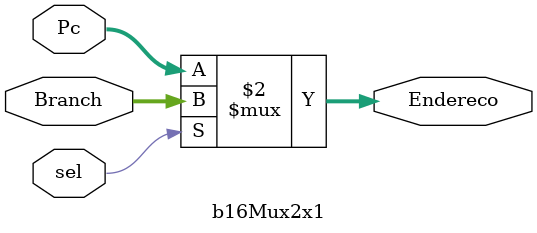
<source format=v>
module b16Mux2x1 (
  input wire [15:0] Branch,
  input wire [15:0] Pc,
  input wire sel,
  output wire [15:0] Endereco
);
  assign Endereco = (sel == 1'b0) ? Pc : Branch;
endmodule

</source>
